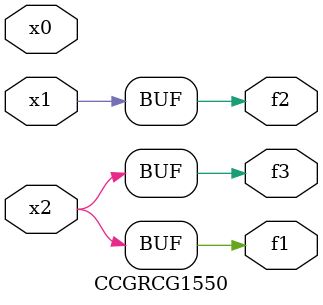
<source format=v>
module CCGRCG1550(
	input x0, x1, x2,
	output f1, f2, f3
);
	assign f1 = x2;
	assign f2 = x1;
	assign f3 = x2;
endmodule

</source>
